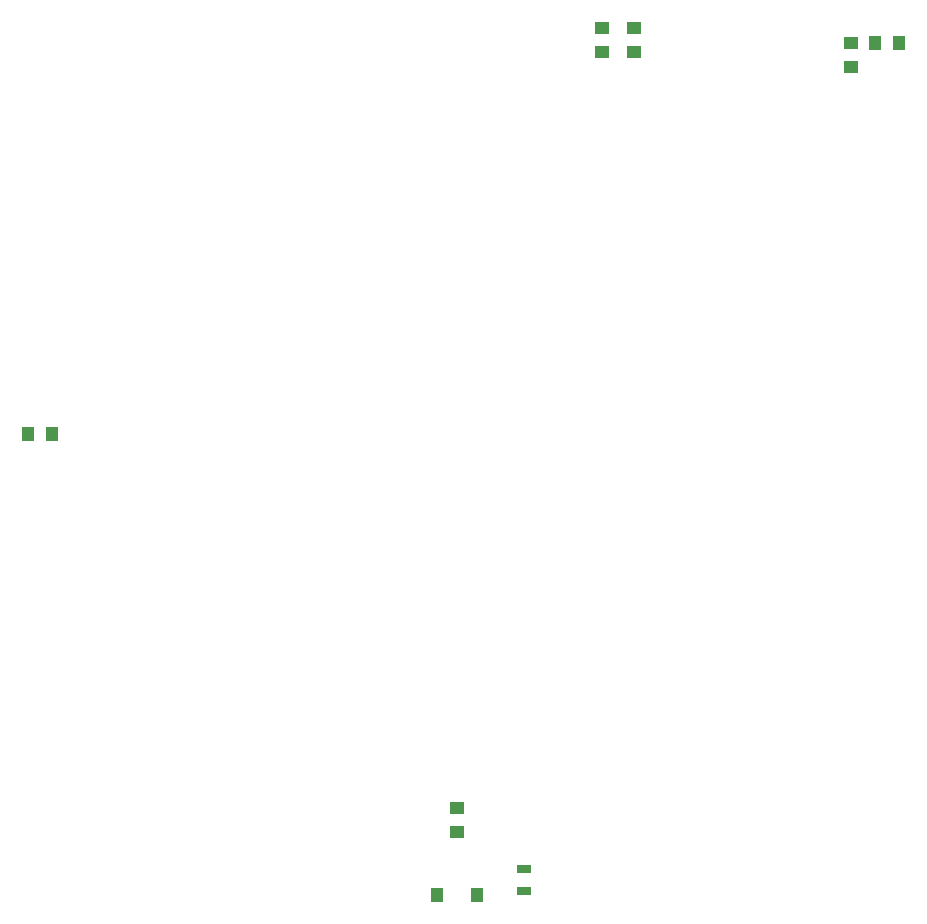
<source format=gbr>
G04 #@! TF.FileFunction,Paste,Bot*
%FSLAX46Y46*%
G04 Gerber Fmt 4.6, Leading zero omitted, Abs format (unit mm)*
G04 Created by KiCad (PCBNEW 4.0.1-stable) date Tuesday, March 22, 2016 'PMt' 12:33:31 PM*
%MOMM*%
G01*
G04 APERTURE LIST*
%ADD10C,0.100000*%
%ADD11R,1.250000X1.000000*%
%ADD12R,1.000000X1.250000*%
%ADD13R,1.300000X0.700000*%
%ADD14R,1.000000X1.200000*%
G04 APERTURE END LIST*
D10*
D11*
X168275000Y-137430000D03*
X168275000Y-139430000D03*
X180594000Y-73390000D03*
X180594000Y-71390000D03*
X201676000Y-74660000D03*
X201676000Y-72660000D03*
D12*
X205724000Y-72644000D03*
X203724000Y-72644000D03*
D11*
X183261000Y-73390000D03*
X183261000Y-71390000D03*
D12*
X133969000Y-105791000D03*
X131969000Y-105791000D03*
D13*
X173990000Y-144460000D03*
X173990000Y-142560000D03*
D14*
X169975000Y-144780000D03*
X166575000Y-144780000D03*
M02*

</source>
